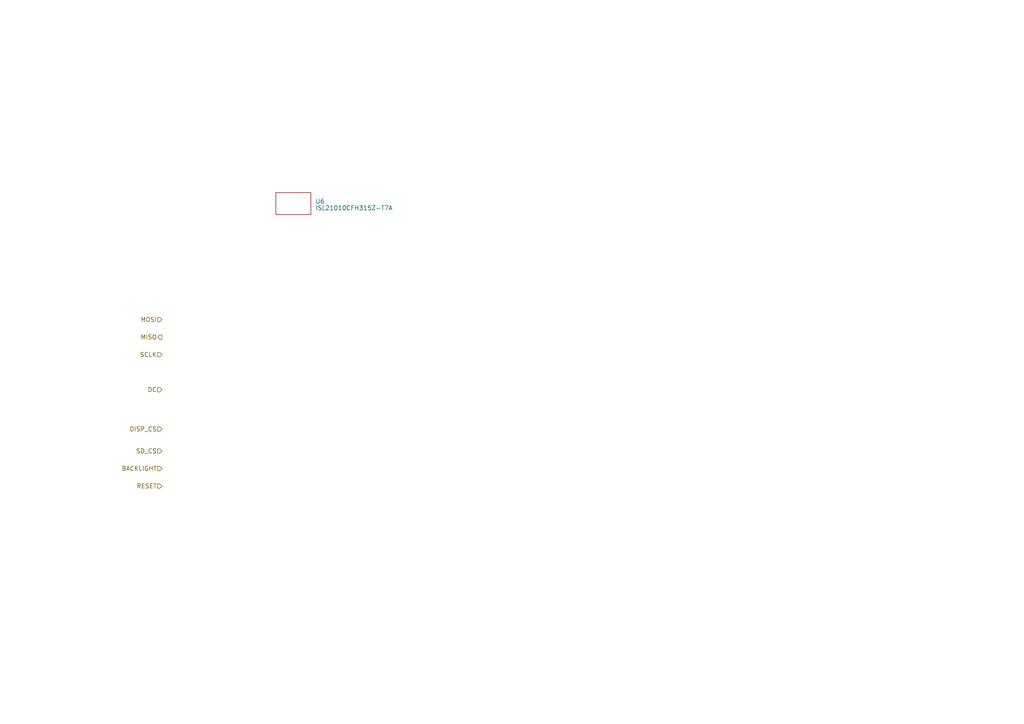
<source format=kicad_sch>
(kicad_sch (version 20231120) (generator "eeschema") (generator_version "8.0")
  (paper "A4")
  (title_block (title "Maritime Hacking Village") (date "2025") (rev "1") (company "DC33"))
  (lib_symbols
    (symbol "SCH Library:ADAFRUIT_1.9_320_170"
      (property "Reference" "U" (at 0 0 0))
      (symbol "ADAFRUIT_1.9_320_170_0_1"
        (rectangle (start -6.35 2.54) (end 3.81 -3.81))
      )
    )
  )
  (hierarchical_label "MISO" (shape output) (at 46.99 97.79 180))
  (hierarchical_label "SCLK" (shape input) (at 46.99 102.87 180))
  (hierarchical_label "MOSI" (shape input) (at 46.99 92.71 180))
  (hierarchical_label "SD_CS" (shape input) (at 46.99 130.81 180))
  (hierarchical_label "BACKLIGHT" (shape input) (at 46.99 135.89 180))
  (hierarchical_label "DISP_CS" (shape input) (at 46.99 124.46 180))
  (hierarchical_label "RESET" (shape input) (at 46.99 140.97 180))
  (hierarchical_label "DC" (shape input) (at 46.99 113.03 180))
  (symbol (lib_id "SCH Library:ADAFRUIT_1.9_320_170") (at 86.36 58.42 0) (unit 1)
    (property "Reference" "U6" (at 91.44 58.4199 0) (effects (justify left)))
    (property "Value" "ISL21010CFH315Z-T7A" (at 91.44 60.325 0) (effects (justify left)))
    (property "Footprint" "Library:SOT95P237X112-3N-RENESAS" (effects (hide yes)))
    (property "Datasheet" "https://www.renesas.com/en-us/www/doc/datasheet/isl21010.pdf" (effects (hide yes)))
    (property "Description" "IC VREF SERIES 0.2% SOT23-3" (effects (hide yes)))
    (property "Height" "1.12" (effects hide))
    (property "Manufacturer" "Renesas Electronics" (effects hide))
    (property "Manufacturer Part Number" "ISL21010CFH315Z-T7A" (effects hide))
  )
)
</source>
